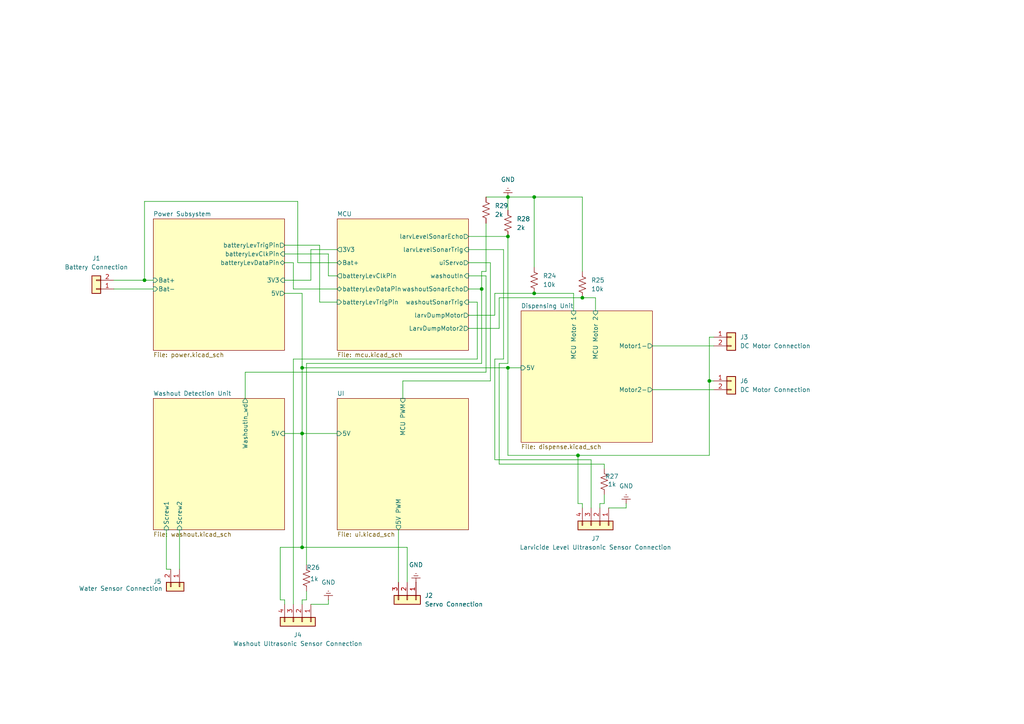
<source format=kicad_sch>
(kicad_sch (version 20250114) (generator "eeschema") (generator_version "9.0")
  (paper "A4")
  (lib_symbols
    (symbol "Connector_Generic:Conn_01x02" (pin_names (offset 1.016) (hide yes))
      (property "Reference" "J" (at 0 2.54 0))
      (property "Value" "Conn_01x02" (at 0 -5.08 0))
      (symbol "Conn_01x02_1_1"
        (rectangle (start -1.27 1.27) (end 1.27 -3.81) (stroke (width 0.254)) (fill (type background)))
        (rectangle (start -1.27 0.127) (end 0 -0.127) (stroke (width 0.1524)))
        (rectangle (start -1.27 -2.413) (end 0 -2.667) (stroke (width 0.1524)))
        (pin passive line (at -5.08 0 0) (length 3.81) (name "Pin_1") (number "1"))
        (pin passive line (at -5.08 -2.54 0) (length 3.81) (name "Pin_2") (number "2"))
      )
    )
    (symbol "Connector_Generic:Conn_01x03" (pin_names (offset 1.016) (hide yes))
      (property "Reference" "J" (at 0 5.08 0))
      (property "Value" "Conn_01x03" (at 0 -5.08 0))
      (symbol "Conn_01x03_1_1"
        (rectangle (start -1.27 3.81) (end 1.27 -3.81) (stroke (width 0.254)) (fill (type background)))
        (rectangle (start -1.27 2.667) (end 0 2.413) (stroke (width 0.1524)))
        (rectangle (start -1.27 0.127) (end 0 -0.127) (stroke (width 0.1524)))
        (rectangle (start -1.27 -2.413) (end 0 -2.667) (stroke (width 0.1524)))
        (pin passive line (at -5.08 2.54 0) (length 3.81) (name "Pin_1") (number "1"))
        (pin passive line (at -5.08 0 0) (length 3.81) (name "Pin_2") (number "2"))
        (pin passive line (at -5.08 -2.54 0) (length 3.81) (name "Pin_3") (number "3"))
      )
    )
    (symbol "Connector_Generic:Conn_01x04" (pin_names (offset 1.016) (hide yes))
      (property "Reference" "J" (at 0 5.08 0))
      (property "Value" "Conn_01x04" (at 0 -7.62 0))
      (symbol "Conn_01x04_1_1"
        (rectangle (start -1.27 3.81) (end 1.27 -6.35) (stroke (width 0.254)) (fill (type background)))
        (rectangle (start -1.27 2.667) (end 0 2.413) (stroke (width 0.1524)))
        (rectangle (start -1.27 0.127) (end 0 -0.127) (stroke (width 0.1524)))
        (rectangle (start -1.27 -2.413) (end 0 -2.667) (stroke (width 0.1524)))
        (rectangle (start -1.27 -4.953) (end 0 -5.207) (stroke (width 0.1524)))
        (pin passive line (at -5.08 2.54 0) (length 3.81) (name "Pin_1") (number "1"))
        (pin passive line (at -5.08 0 0) (length 3.81) (name "Pin_2") (number "2"))
        (pin passive line (at -5.08 -2.54 0) (length 3.81) (name "Pin_3") (number "3"))
        (pin passive line (at -5.08 -5.08 0) (length 3.81) (name "Pin_4") (number "4"))
      )
    )
    (symbol "Device:R_US" (pin_numbers (hide yes)) (pin_names (offset 0))
      (property "Reference" "R" (at 2.54 0 90))
      (property "Value" "R_US" (at -2.54 0 90))
      (symbol "R_US_0_1"
        (polyline (pts (xy 0 2.286) (xy 0 2.54)))
        (polyline (pts (xy 0 2.286) (xy 1.016 1.905) (xy 0 1.524) (xy -1.016 1.143) (xy 0 0.762)))
        (polyline (pts (xy 0 0.762) (xy 1.016 0.381) (xy 0 0) (xy -1.016 -0.381) (xy 0 -0.762)))
        (polyline (pts (xy 0 -0.762) (xy 1.016 -1.143) (xy 0 -1.524) (xy -1.016 -1.905) (xy 0 -2.286)))
        (polyline (pts (xy 0 -2.286) (xy 0 -2.54)))
      )
      (symbol "R_US_1_1"
        (pin passive line (at 0 3.81 270) (length 1.27) (name "~") (number "1"))
        (pin passive line (at 0 -3.81 90) (length 1.27) (name "~") (number "2"))
      )
    )
    (symbol "power:GNDREF" (power) (pin_numbers (hide yes)) (pin_names (offset 0) (hide yes))
      (property "Value" "GNDREF" (at 0 -3.81 0))
      (symbol "GNDREF_0_1"
        (polyline (pts (xy -0.635 -1.905) (xy 0.635 -1.905)))
        (polyline (pts (xy -0.127 -2.54) (xy 0.127 -2.54)))
        (polyline (pts (xy 0 -1.27) (xy 0 0)))
        (polyline (pts (xy 1.27 -1.27) (xy -1.27 -1.27)))
      )
      (symbol "GNDREF_1_1"
        (pin power_in line (at 0 0 270) (length 0) (name "~") (number "1"))
      )
    )
  )
  (junction (at 167.64 132.08))
  (junction (at 139.7 83.82))
  (junction (at 87.63 106.68))
  (junction (at 87.63 125.73))
  (junction (at 147.32 57.15))
  (junction (at 154.94 85.09))
  (junction (at 205.74 110.49))
  (junction (at 168.91 86.36))
  (junction (at 147.32 106.68))
  (junction (at 154.94 57.15))
  (junction (at 147.32 68.58))
  (junction (at 87.63 158.75))
  (junction (at 41.91 81.28))
  (wire (pts (xy 82.55 81.28) (xy 90.17 81.28)))
  (wire (pts (xy 116.84 110.49) (xy 116.84 115.57)))
  (wire (pts (xy 71.12 107.95) (xy 71.12 115.57)))
  (wire (pts (xy 207.01 97.79) (xy 205.74 97.79)))
  (wire (pts (xy 167.64 132.08) (xy 167.64 146.05)))
  (wire (pts (xy 88.9 173.99) (xy 87.63 173.99)))
  (wire (pts (xy 81.28 158.75) (xy 87.63 158.75)))
  (wire (pts (xy 146.05 104.14) (xy 143.51 104.14)))
  (wire (pts (xy 48.26 165.1) (xy 49.53 165.1)))
  (wire (pts (xy 85.09 83.82) (xy 97.79 83.82)))
  (wire (pts (xy 205.74 97.79) (xy 205.74 110.49)))
  (wire (pts (xy 143.51 104.14) (xy 143.51 133.35)))
  (wire (pts (xy 167.64 146.05) (xy 168.91 146.05)))
  (wire (pts (xy 87.63 158.75) (xy 118.11 158.75)))
  (wire (pts (xy 147.32 57.15) (xy 140.97 57.15)))
  (wire (pts (xy 33.02 81.28) (xy 41.91 81.28)))
  (wire (pts (xy 146.05 72.39) (xy 146.05 104.14)))
  (wire (pts (xy 140.97 78.74) (xy 139.7 78.74)))
  (wire (pts (xy 154.94 77.47) (xy 154.94 57.15)))
  (wire (pts (xy 167.64 132.08) (xy 205.74 132.08)))
  (wire (pts (xy 144.78 105.41) (xy 144.78 134.62)))
  (wire (pts (xy 144.78 95.25) (xy 144.78 86.36)))
  (wire (pts (xy 143.51 91.44) (xy 143.51 85.09)))
  (wire (pts (xy 88.9 105.41) (xy 88.9 163.83)))
  (wire (pts (xy 95.25 73.66) (xy 95.25 80.01)))
  (wire (pts (xy 175.26 143.51) (xy 175.26 146.05)))
  (wire (pts (xy 81.28 173.99) (xy 82.55 173.99)))
  (wire (pts (xy 181.61 147.32) (xy 176.53 147.32)))
  (wire (pts (xy 168.91 57.15) (xy 154.94 57.15)))
  (wire (pts (xy 144.78 86.36) (xy 168.91 86.36)))
  (wire (pts (xy 147.32 68.58) (xy 147.32 105.41)))
  (wire (pts (xy 33.02 83.82) (xy 44.45 83.82)))
  (wire (pts (xy 41.91 58.42) (xy 41.91 81.28)))
  (wire (pts (xy 142.24 76.2) (xy 142.24 110.49)))
  (wire (pts (xy 147.32 132.08) (xy 147.32 106.68)))
  (wire (pts (xy 52.07 153.67) (xy 52.07 165.1)))
  (wire (pts (xy 205.74 110.49) (xy 205.74 132.08)))
  (wire (pts (xy 175.26 134.62) (xy 175.26 135.89)))
  (wire (pts (xy 115.57 153.67) (xy 115.57 168.91)))
  (wire (pts (xy 154.94 85.09) (xy 166.37 85.09)))
  (wire (pts (xy 138.43 104.14) (xy 85.09 104.14)))
  (wire (pts (xy 87.63 85.09) (xy 87.63 106.68)))
  (wire (pts (xy 144.78 134.62) (xy 175.26 134.62)))
  (wire (pts (xy 135.89 72.39) (xy 146.05 72.39)))
  (wire (pts (xy 135.89 68.58) (xy 147.32 68.58)))
  (wire (pts (xy 95.25 173.99) (xy 95.25 175.26)))
  (wire (pts (xy 175.26 146.05) (xy 173.99 146.05)))
  (wire (pts (xy 87.63 158.75) (xy 87.63 125.73)))
  (wire (pts (xy 154.94 57.15) (xy 147.32 57.15)))
  (wire (pts (xy 140.97 64.77) (xy 140.97 78.74)))
  (wire (pts (xy 95.25 175.26) (xy 90.17 175.26)))
  (wire (pts (xy 147.32 105.41) (xy 144.78 105.41)))
  (wire (pts (xy 87.63 106.68) (xy 147.32 106.68)))
  (wire (pts (xy 86.36 76.2) (xy 97.79 76.2)))
  (wire (pts (xy 142.24 110.49) (xy 116.84 110.49)))
  (wire (pts (xy 189.23 113.03) (xy 207.01 113.03)))
  (wire (pts (xy 88.9 171.45) (xy 88.9 173.99)))
  (wire (pts (xy 87.63 173.99) (xy 87.63 175.26)))
  (wire (pts (xy 135.89 95.25) (xy 144.78 95.25)))
  (wire (pts (xy 147.32 132.08) (xy 167.64 132.08)))
  (wire (pts (xy 168.91 86.36) (xy 172.72 86.36)))
  (wire (pts (xy 171.45 133.35) (xy 171.45 147.32)))
  (wire (pts (xy 92.71 71.12) (xy 92.71 87.63)))
  (wire (pts (xy 135.89 83.82) (xy 139.7 83.82)))
  (wire (pts (xy 81.28 158.75) (xy 81.28 173.99)))
  (wire (pts (xy 168.91 146.05) (xy 168.91 147.32)))
  (wire (pts (xy 147.32 60.96) (xy 147.32 57.15)))
  (wire (pts (xy 140.97 80.01) (xy 140.97 107.95)))
  (wire (pts (xy 87.63 125.73) (xy 97.79 125.73)))
  (wire (pts (xy 87.63 106.68) (xy 87.63 125.73)))
  (wire (pts (xy 118.11 168.91) (xy 118.11 158.75)))
  (wire (pts (xy 181.61 146.05) (xy 181.61 147.32)))
  (wire (pts (xy 85.09 76.2) (xy 82.55 76.2)))
  (wire (pts (xy 82.55 73.66) (xy 95.25 73.66)))
  (wire (pts (xy 135.89 76.2) (xy 142.24 76.2)))
  (wire (pts (xy 92.71 87.63) (xy 97.79 87.63)))
  (wire (pts (xy 135.89 91.44) (xy 143.51 91.44)))
  (wire (pts (xy 147.32 106.68) (xy 151.13 106.68)))
  (wire (pts (xy 172.72 86.36) (xy 172.72 90.17)))
  (wire (pts (xy 205.74 110.49) (xy 207.01 110.49)))
  (wire (pts (xy 90.17 72.39) (xy 97.79 72.39)))
  (wire (pts (xy 143.51 133.35) (xy 171.45 133.35)))
  (wire (pts (xy 48.26 153.67) (xy 48.26 165.1)))
  (wire (pts (xy 139.7 83.82) (xy 139.7 105.41)))
  (wire (pts (xy 138.43 87.63) (xy 138.43 104.14)))
  (wire (pts (xy 82.55 71.12) (xy 92.71 71.12)))
  (wire (pts (xy 90.17 81.28) (xy 90.17 72.39)))
  (wire (pts (xy 168.91 78.74) (xy 168.91 57.15)))
  (wire (pts (xy 82.55 85.09) (xy 87.63 85.09)))
  (wire (pts (xy 86.36 58.42) (xy 41.91 58.42)))
  (wire (pts (xy 173.99 146.05) (xy 173.99 147.32)))
  (wire (pts (xy 86.36 76.2) (xy 86.36 58.42)))
  (wire (pts (xy 82.55 125.73) (xy 87.63 125.73)))
  (wire (pts (xy 135.89 80.01) (xy 140.97 80.01)))
  (wire (pts (xy 85.09 83.82) (xy 85.09 76.2)))
  (wire (pts (xy 82.55 173.99) (xy 82.55 175.26)))
  (wire (pts (xy 140.97 107.95) (xy 71.12 107.95)))
  (wire (pts (xy 85.09 104.14) (xy 85.09 175.26)))
  (wire (pts (xy 95.25 80.01) (xy 97.79 80.01)))
  (wire (pts (xy 41.91 81.28) (xy 44.45 81.28)))
  (wire (pts (xy 139.7 78.74) (xy 139.7 83.82)))
  (wire (pts (xy 189.23 100.33) (xy 207.01 100.33)))
  (wire (pts (xy 166.37 85.09) (xy 166.37 90.17)))
  (wire (pts (xy 143.51 85.09) (xy 154.94 85.09)))
  (wire (pts (xy 135.89 87.63) (xy 138.43 87.63)))
  (wire (pts (xy 139.7 105.41) (xy 88.9 105.41)))
  (symbol (lib_id "Connector_Generic:Conn_01x04") (at 173.99 152.4 270) (unit 1)
    (property "Reference" "J7" (at 172.72 156.21 90))
    (property "Value" "Larvicide Level Ultrasonic Sensor Connection" (at 172.72 158.75 90))
    (property "Description" "Generic connector, single row, 01x04, script generated (kicad-library-utils/schlib/autogen/connector/)" (effects (hide yes)))
  )
  (symbol (lib_id "Device:R_US") (at 147.32 64.77 0) (unit 1)
    (property "Reference" "R28" (at 149.86 63.4999 0) (effects (justify left)))
    (property "Value" "2k" (at 149.86 66.0399 0) (effects (justify left)))
    (property "Description" "Resistor, US symbol" (effects (hide yes)))
  )
  (symbol (lib_id "Connector_Generic:Conn_01x03") (at 118.11 173.99 270) (unit 1)
    (property "Reference" "J2" (at 123.19 172.7199 90) (effects (justify left)))
    (property "Value" "Servo Connection" (at 123.19 175.2599 90) (effects (justify left)))
    (property "Description" "Generic connector, single row, 01x03, script generated (kicad-library-utils/schlib/autogen/connector/)" (effects (hide yes)))
  )
  (symbol (lib_id "Connector_Generic:Conn_01x02") (at 52.07 170.18 270) (unit 1)
    (property "Reference" "J5" (at 44.45 168.656 90) (effects (justify left)))
    (property "Value" "Water Sensor Connection" (at 22.86 170.688 90) (effects (justify left)))
    (property "Description" "Generic connector, single row, 01x02, script generated (kicad-library-utils/schlib/autogen/connector/)" (effects (hide yes)))
  )
  (symbol (lib_id "Device:R_US") (at 154.94 81.28 0) (unit 1)
    (property "Reference" "R24" (at 157.48 80.0099 0) (effects (justify left)))
    (property "Value" "10k" (at 157.48 82.5499 0) (effects (justify left)))
    (property "Description" "Resistor, US symbol" (effects (hide yes)))
  )
  (symbol (lib_id "power:GNDREF") (at 120.65 168.91 180) (unit 1)
    (property "Reference" "#PWR015" (effects (hide yes)))
    (property "Value" "GND" (at 120.65 163.83 0))
    (property "Description" "Power symbol creates a global label with name \"GNDREF\" , reference supply ground" (effects (hide yes)))
  )
  (symbol (lib_id "Device:R_US") (at 175.26 139.7 0) (unit 1)
    (property "Reference" "R27" (at 175.514 138.176 0) (effects (justify left)))
    (property "Value" "1k" (at 176.276 140.462 0) (effects (justify left)))
    (property "Description" "Resistor, US symbol" (effects (hide yes)))
  )
  (symbol (lib_id "Connector_Generic:Conn_01x02") (at 27.94 83.82 180) (unit 1)
    (property "Reference" "J1" (at 27.94 74.93 0))
    (property "Value" "Battery Connection" (at 27.94 77.47 0))
    (property "Description" "Generic connector, single row, 01x02, script generated (kicad-library-utils/schlib/autogen/connector/)" (effects (hide yes)))
  )
  (symbol (lib_id "Device:R_US") (at 140.97 60.96 0) (unit 1)
    (property "Reference" "R29" (at 143.51 59.6899 0) (effects (justify left)))
    (property "Value" "2k" (at 143.51 62.2299 0) (effects (justify left)))
    (property "Description" "Resistor, US symbol" (effects (hide yes)))
  )
  (symbol (lib_id "Connector_Generic:Conn_01x04") (at 87.63 180.34 270) (unit 1)
    (property "Reference" "J4" (at 86.36 184.15 90))
    (property "Value" "Washout Ultrasonic Sensor Connection" (at 86.36 186.69 90))
    (property "Description" "Generic connector, single row, 01x04, script generated (kicad-library-utils/schlib/autogen/connector/)" (effects (hide yes)))
  )
  (symbol (lib_id "Device:R_US") (at 88.9 167.64 0) (unit 1)
    (property "Reference" "R26" (at 88.9 164.592 0) (effects (justify left)))
    (property "Value" "1k" (at 89.916 167.894 0) (effects (justify left)))
    (property "Description" "Resistor, US symbol" (effects (hide yes)))
  )
  (symbol (lib_id "power:GNDREF") (at 181.61 146.05 180) (unit 1)
    (property "Reference" "#PWR016" (effects (hide yes)))
    (property "Value" "GND" (at 181.61 140.97 0))
    (property "Description" "Power symbol creates a global label with name \"GNDREF\" , reference supply ground" (effects (hide yes)))
  )
  (symbol (lib_id "Connector_Generic:Conn_01x02") (at 212.09 110.49 0) (unit 1)
    (property "Reference" "J6" (at 214.63 110.4899 0) (effects (justify left)))
    (property "Value" "DC Motor Connection" (at 214.63 113.0299 0) (effects (justify left)))
    (property "Description" "Generic connector, single row, 01x02, script generated (kicad-library-utils/schlib/autogen/connector/)" (effects (hide yes)))
  )
  (symbol (lib_id "power:GNDREF") (at 95.25 173.99 180) (unit 1)
    (property "Reference" "#PWR014" (effects (hide yes)))
    (property "Value" "GND" (at 95.25 168.91 0))
    (property "Description" "Power symbol creates a global label with name \"GNDREF\" , reference supply ground" (effects (hide yes)))
  )
  (symbol (lib_id "Device:R_US") (at 168.91 82.55 0) (unit 1)
    (property "Reference" "R25" (at 171.45 81.2799 0) (effects (justify left)))
    (property "Value" "10k" (at 171.45 83.8199 0) (effects (justify left)))
    (property "Description" "Resistor, US symbol" (effects (hide yes)))
  )
  (symbol (lib_id "Connector_Generic:Conn_01x02") (at 212.09 97.79 0) (unit 1)
    (property "Reference" "J3" (at 214.63 97.7899 0) (effects (justify left)))
    (property "Value" "DC Motor Connection" (at 214.63 100.3299 0) (effects (justify left)))
    (property "Description" "Generic connector, single row, 01x02, script generated (kicad-library-utils/schlib/autogen/connector/)" (effects (hide yes)))
  )
  (symbol (lib_id "power:GNDREF") (at 147.32 57.15 180) (unit 1)
    (property "Reference" "#PWR013" (effects (hide yes)))
    (property "Value" "GND" (at 147.32 52.07 0))
    (property "Description" "Power symbol creates a global label with name \"GNDREF\" , reference supply ground" (effects (hide yes)))
  )
  (sheet (at 44.45 115.57) (size 38.1 38.1) (stroke (width 0.1524)) (fill (color 255 255 194 1.0000))
    (property "Sheetname" "Washout Detection Unit" (at 44.45 114.8584 0) (effects (justify left bottom)))
    (property "Sheetfile" "washout.kicad_sch" (at 44.45 154.2546 0) (effects (justify left top)))
    (pin "5V" input (at 82.55 125.73 0))
    (pin "Screw1" input (at 48.26 153.67 270))
    (pin "Screw2" input (at 52.07 153.67 270))
    (pin "WashoutIn_wd" output (at 71.12 115.57 90))
  )
  (sheet (at 151.13 90.17) (size 38.1 38.1) (stroke (width 0.1524)) (fill (color 255 255 194 1.0000))
    (property "Sheetname" "Dispensing Unit" (at 151.13 89.4584 0) (effects (justify left bottom)))
    (property "Sheetfile" "dispense.kicad_sch" (at 151.13 128.8546 0) (effects (justify left top)))
    (pin "5V" input (at 151.13 106.68 180))
    (pin "MCU Motor 1" input (at 166.37 90.17 90))
    (pin "MCU Motor 2" input (at 172.72 90.17 90))
    (pin "Motor1-" output (at 189.23 100.33 0))
    (pin "Motor2-" output (at 189.23 113.03 0))
  )
  (sheet (at 97.79 115.57) (size 38.1 38.1) (stroke (width 0.1524)) (fill (color 255 255 194 1.0000))
    (property "Sheetname" "UI" (at 97.79 114.8584 0) (effects (justify left bottom)))
    (property "Sheetfile" "ui.kicad_sch" (at 97.79 154.2546 0) (effects (justify left top)))
    (pin "5V" input (at 97.79 125.73 180))
    (pin "5V PWM" output (at 115.57 153.67 270))
    (pin "MCU PWM" input (at 116.84 115.57 90))
  )
  (sheet (at 44.45 63.5) (size 38.1 38.1) (stroke (width 0.1524)) (fill (color 255 255 194 1.0000))
    (property "Sheetname" "Power Subsystem" (at 44.45 62.7884 0) (effects (justify left bottom)))
    (property "Sheetfile" "power.kicad_sch" (at 44.45 102.1846 0) (effects (justify left top)))
    (pin "3V3" input (at 82.55 81.28 0))
    (pin "5V" output (at 82.55 85.09 0))
    (pin "Bat+" input (at 44.45 81.28 180))
    (pin "Bat-" input (at 44.45 83.82 180))
    (pin "batteryLevTrigPin" output (at 82.55 71.12 0))
    (pin "batteryLevClkPin" input (at 82.55 73.66 0))
    (pin "batteryLevDataPin" bidirectional (at 82.55 76.2 0))
  )
  (sheet (at 97.79 63.5) (size 38.1 38.1) (stroke (width 0.1524)) (fill (color 255 255 194 1.0000))
    (property "Sheetname" "MCU" (at 97.79 62.7884 0) (effects (justify left bottom)))
    (property "Sheetfile" "mcu.kicad_sch" (at 97.79 102.1846 0) (effects (justify left top)))
    (pin "3V3" output (at 97.79 72.39 180))
    (pin "Bat+" bidirectional (at 97.79 76.2 180))
    (pin "batteryLevClkPin" output (at 97.79 80.01 180))
    (pin "batteryLevDataPin" bidirectional (at 97.79 83.82 180))
    (pin "batteryLevTrigPin" input (at 97.79 87.63 180))
    (pin "larvDumpMotor" output (at 135.89 91.44 0))
    (pin "larvLevelSonarEcho" output (at 135.89 68.58 0))
    (pin "larvLevelSonarTrig" input (at 135.89 72.39 0))
    (pin "uiServo" output (at 135.89 76.2 0))
    (pin "washoutIn" input (at 135.89 80.01 0))
    (pin "washoutSonarEcho" output (at 135.89 83.82 0))
    (pin "washoutSonarTrig" input (at 135.89 87.63 0))
    (pin "LarvDumpMotor2" output (at 135.89 95.25 0))
  )
)
</source>
